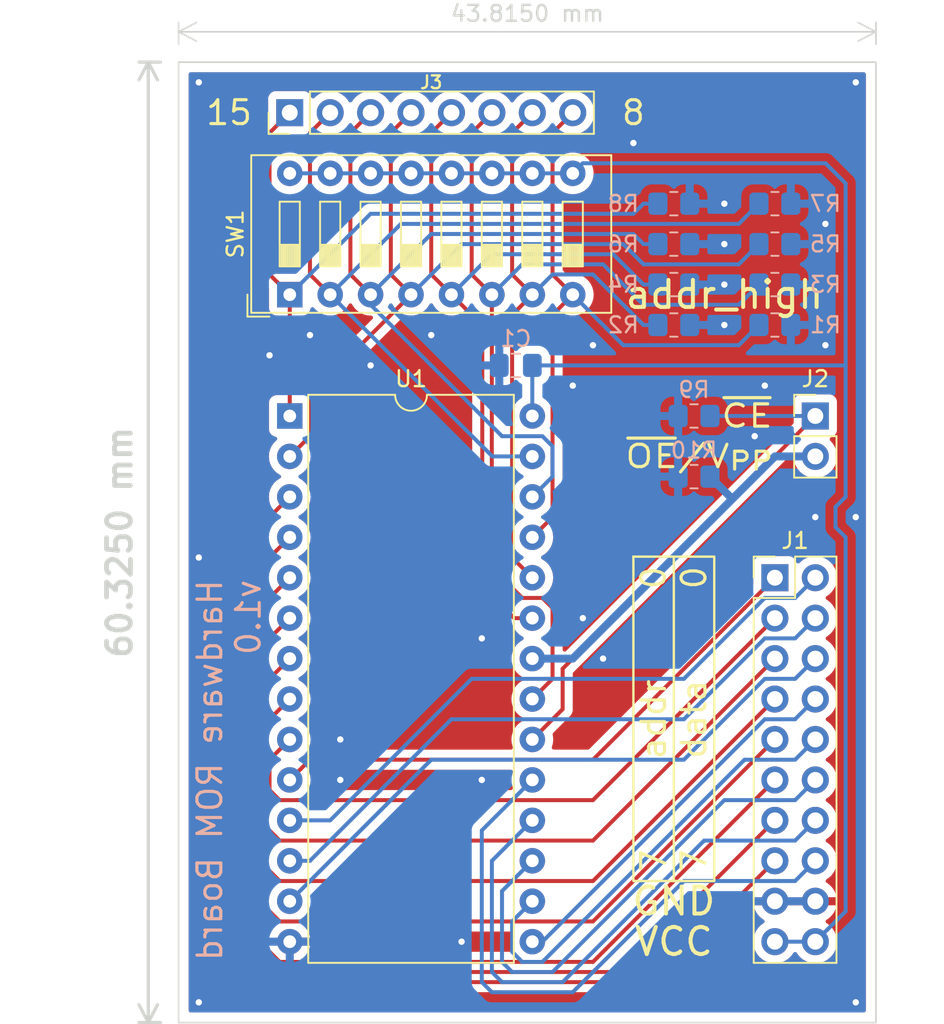
<source format=kicad_pcb>
(kicad_pcb (version 20211014) (generator pcbnew)
  (layers (0 "F.Cu" signal) (31 "B.Cu" signal) (34 "B.Paste" user) (35 "F.Paste" user) (36 "B.SilkS" user "B.Silkscreen") (37 "F.SilkS" user "F.Silkscreen") (38 "B.Mask" user) (39 "F.Mask" user) (44 "Edge.Cuts" user))
  (net 0 "")
  (net 1 "VCC")
  (net 2 "GND")
  (net 3 "/addr0")
  (net 4 "/addr1")
  (net 5 "/addr2")
  (net 6 "/addr3")
  (net 7 "/addr4")
  (net 8 "/addr5")
  (net 9 "/addr6")
  (net 10 "/addr7")
  (net 11 "/data0")
  (net 12 "/data1")
  (net 13 "/data2")
  (net 14 "/data3")
  (net 15 "/data4")
  (net 16 "/data5")
  (net 17 "/data6")
  (net 18 "/data7")
  (net 19 "Net-(J2-Pad1)")
  (net 20 "Net-(J2-Pad2)")
  (net 21 "Net-(J3-Pad1)")
  (net 22 "Net-(J3-Pad2)")
  (net 23 "Net-(J3-Pad3)")
  (net 24 "Net-(J3-Pad4)")
  (net 25 "Net-(J3-Pad5)")
  (net 26 "Net-(J3-Pad6)")
  (net 27 "Net-(J3-Pad7)")
  (net 28 "Net-(J3-Pad8)")
  (footprint "Button_Switch_THT:SW_DIP_SPSTx08_Slide_9.78x22.5mm_W7.62mm_P2.54mm" (layer "F.Cu") (at 166.37 67.31 90)
    (fp_text reference "SW1" (at 3.81 -3.42 90) (layer "F.SilkS"))
    (fp_text value "addr_high")
    (fp_line (start 1.78 2.145) (end 3.133333 2.145) (layer "F.SilkS") (width 0.12))
    (fp_line (start 1.78 17.745) (end 3.133333 17.745) (layer "F.SilkS") (width 0.12))
    (fp_line (start 1.78 0.085) (end 3.133333 0.085) (layer "F.SilkS") (width 0.12))
    (fp_line (start 5.84 1.905) (end 1.78 1.905) (layer "F.SilkS") (width 0.12))
    (fp_line (start 1.78 3.175) (end 5.84 3.175) (layer "F.SilkS") (width 0.12))
    (fp_line (start 1.78 15.805) (end 3.133333 15.805) (layer "F.SilkS") (width 0.12))
    (fp_line (start 5.84 18.415) (end 5.84 17.145) (layer "F.SilkS") (width 0.12))
    (fp_line (start 1.78 2.865) (end 3.133333 2.865) (layer "F.SilkS") (width 0.12))
    (fp_line (start 1.78 6.985) (end 1.78 8.255) (layer "F.SilkS") (width 0.12))
    (fp_line (start 1.78 0.205) (end 3.133333 0.205) (layer "F.SilkS") (width 0.12))
    (fp_line (start 1.78 13.335) (end 5.84 13.335) (layer "F.SilkS") (width 0.12))
    (fp_line (start 1.78 5.645) (end 3.133333 5.645) (layer "F.SilkS") (width 0.12))
    (fp_line (start 1.78 7.945) (end 3.133333 7.945) (layer "F.SilkS") (width 0.12))
    (fp_line (start 3.133333 6.985) (end 3.133333 8.255) (layer "F.SilkS") (width 0.12))
    (fp_line (start 5.84 4.445) (end 1.78 4.445) (layer "F.SilkS") (width 0.12))
    (fp_line (start 1.78 10.605) (end 3.133333 10.605) (layer "F.SilkS") (width 0.12))
    (fp_line (start 1.78 2.745) (end 3.133333 2.745) (layer "F.SilkS") (width 0.12))
    (fp_line (start 1.78 12.305) (end 3.133333 12.305) (layer "F.SilkS") (width 0.12))
    (fp_line (start 1.78 15.205) (end 3.133333 15.205) (layer "F.SilkS") (width 0.12))
    (fp_line (start 8.76 -2.42) (end 8.76 20.201) (layer "F.SilkS") (width 0.12))
    (fp_line (start 1.78 18.105) (end 3.133333 18.105) (layer "F.SilkS") (width 0.12))
    (fp_line (start 1.78 0.565) (end 3.133333 0.565) (layer "F.SilkS") (width 0.12))
    (fp_line (start 1.78 15.325) (end 3.133333 15.325) (layer "F.SilkS") (width 0.12))
    (fp_line (start 1.78 18.415) (end 5.84 18.415) (layer "F.SilkS") (width 0.12))
    (fp_line (start 1.78 3.105) (end 3.133333 3.105) (layer "F.SilkS") (width 0.12))
    (fp_line (start 1.78 10.365) (end 3.133333 10.365) (layer "F.SilkS") (width 0.12))
    (fp_line (start 1.78 7.465) (end 3.133333 7.465) (layer "F.SilkS") (width 0.12))
    (fp_line (start 1.78 0.635) (end 5.84 0.635) (layer "F.SilkS") (width 0.12))
    (fp_line (start 1.78 14.605) (end 1.78 15.875) (layer "F.SilkS") (width 0.12))
    (fp_line (start 1.78 17.265) (end 3.133333 17.265) (layer "F.SilkS") (width 0.12))
    (fp_line (start 1.78 12.425) (end 3.133333 12.425) (layer "F.SilkS") (width 0.12))
    (fp_line (start -1.14 20.201) (end 8.76 20.201) (layer "F.SilkS") (width 0.12))
    (fp_line (start 3.133333 4.445) (end 3.133333 5.715) (layer "F.SilkS") (width 0.12))
    (fp_line (start 1.78 12.785) (end 3.133333 12.785) (layer "F.SilkS") (width 0.12))
    (fp_line (start 1.78 -0.275) (end 3.133333 -0.275) (layer "F.SilkS") (width 0.12))
    (fp_line (start 1.78 17.145) (end 1.78 18.415) (layer "F.SilkS") (width 0.12))
    (fp_line (start 5.84 3.175) (end 5.84 1.905) (layer "F.SilkS") (width 0.12))
    (fp_line (start 1.78 2.505) (end 3.133333 2.505) (layer "F.SilkS") (width 0.12))
    (fp_line (start 1.78 0.325) (end 3.133333 0.325) (layer "F.SilkS") (width 0.12))
    (fp_line (start 1.78 -0.635) (end 1.78 0.635) (layer "F.SilkS") (width 0.12))
    (fp_line (start -1.14 -2.42) (end -1.14 20.201) (layer "F.SilkS") (width 0.12))
    (fp_line (start 5.84 6.985) (end 1.78 6.985) (layer "F.SilkS") (width 0.12))
    (fp_line (start 1.78 10.005) (end 3.133333 10.005) (layer "F.SilkS") (width 0.12))
    (fp_line (start 1.78 18.225) (end 3.133333 18.225) (layer "F.SilkS") (width 0.12))
    (fp_line (start 1.78 17.985) (end 3.133333 17.985) (layer "F.SilkS") (width 0.12))
    (fp_line (start 1.78 2.625) (end 3.133333 2.625) (layer "F.SilkS") (width 0.12))
    (fp_line (start 1.78 -0.395) (end 3.133333 -0.395) (layer "F.SilkS") (width 0.12))
    (fp_line (start 1.78 18.345) (end 3.133333 18.345) (layer "F.SilkS") (width 0.12))
    (fp_line (start 1.78 15.445) (end 3.133333 15.445) (layer "F.SilkS") (width 0.12))
    (fp_line (start 1.78 17.385) (end 3.133333 17.385) (layer "F.SilkS") (width 0.12))
    (fp_line (start 1.78 4.925) (end 3.133333 4.925) (layer "F.SilkS") (width 0.12))
    (fp_line (start 1.78 4.805) (end 3.133333 4.805) (layer "F.SilkS") (width 0.12))
    (fp_line (start 5.84 8.255) (end 5.84 6.985) (layer "F.SilkS") (width 0.12))
    (fp_line (start 1.78 7.705) (end 3.133333 7.705) (layer "F.SilkS") (width 0.12))
    (fp_line (start 1.78 8.255) (end 5.84 8.255) (layer "F.SilkS") (width 0.12))
    (fp_line (start 1.78 7.225) (end 3.133333 7.225) (layer "F.SilkS") (width 0.12))
    (fp_line (start 1.78 2.025) (end 3.133333 2.025) (layer "F.SilkS") (width 0.12))
    (fp_line (start 1.78 10.125) (end 3.133333 10.125) (layer "F.SilkS") (width 0.12))
    (fp_line (start -1.14 -2.42) (end 8.76 -2.42) (layer "F.SilkS") (width 0.12))
    (fp_line (start 1.78 -0.515) (end 3.133333 -0.515) (layer "F.SilkS") (width 0.12))
    (fp_line (start 1.78 0.445) (end 3.133333 0.445) (layer "F.SilkS") (width 0.12))
    (fp_line (start 3.133333 12.065) (end 3.133333 13.335) (layer "F.SilkS") (width 0.12))
    (fp_line (start 1.78 1.905) (end 1.78 3.175) (layer "F.SilkS") (width 0.12))
    (fp_line (start 1.78 10.245) (end 3.133333 10.245) (layer "F.SilkS") (width 0.12))
    (fp_line (start 1.78 12.185) (end 3.133333 12.185) (layer "F.SilkS") (width 0.12))
    (fp_line (start 5.84 -0.635) (end 1.78 -0.635) (layer "F.SilkS") (width 0.12))
    (fp_line (start 1.78 15.685) (end 3.133333 15.685) (layer "F.SilkS") (width 0.12))
    (fp_line (start 1.78 8.065) (end 3.133333 8.065) (layer "F.SilkS") (width 0.12))
    (fp_line (start 1.78 9.645) (end 3.133333 9.645) (layer "F.SilkS") (width 0.12))
    (fp_line (start 5.84 5.715) (end 5.84 4.445) (layer "F.SilkS") (width 0.12))
    (fp_line (start 1.78 14.965) (end 3.133333 14.965) (layer "F.SilkS") (width 0.12))
    (fp_line (start 5.84 15.875) (end 5.84 14.605) (layer "F.SilkS") (width 0.12))
    (fp_line (start 1.78 15.875) (end 5.84 15.875) (layer "F.SilkS") (width 0.12))
    (fp_line (start 1.78 13.025) (end 3.133333 13.025) (layer "F.SilkS") (width 0.12))
    (fp_line (start 1.78 5.045) (end 3.133333 5.045) (layer "F.SilkS") (width 0.12))
    (fp_line (start 5.84 10.795) (end 5.84 9.525) (layer "F.SilkS") (width 0.12))
    (fp_line (start 1.78 12.665) (end 3.133333 12.665) (layer "F.SilkS") (width 0.12))
    (fp_line (start 1.78 2.985) (end 3.133333 2.985) (layer "F.SilkS") (width 0.12))
    (fp_line (start 1.78 7.585) (end 3.133333 7.585) (layer "F.SilkS") (width 0.12))
    (fp_line (start 1.78 9.765) (end 3.133333 9.765) (layer "F.SilkS") (width 0.12))
    (fp_line (start 3.133333 9.525) (end 3.133333 10.795) (layer "F.SilkS") (width 0.12))
    (fp_line (start 1.78 9.885) (end 3.133333 9.885) (layer "F.SilkS") (width 0.12))
    (fp_line (start 1.78 9.525) (end 1.78 10.795) (layer "F.SilkS") (width 0.12))
    (fp_line (start 1.78 2.385) (end 3.133333 2.385) (layer "F.SilkS") (width 0.12))
    (fp_line (start 1.78 4.565) (end 3.133333 4.565) (layer "F.SilkS") (width 0.12))
    (fp_line (start 1.78 5.165) (end 3.133333 5.165) (layer "F.SilkS") (width 0.12))
    (fp_line (start 1.78 10.725) (end 3.133333 10.725) (layer "F.SilkS") (width 0.12))
    (fp_line (start 1.78 8.185) (end 3.133333 8.185) (layer "F.SilkS") (width 0.12))
    (fp_line (start 1.78 5.715) (end 5.84 5.715) (layer "F.SilkS") (width 0.12))
    (fp_line (start 1.78 14.845) (end 3.133333 14.845) (layer "F.SilkS") (width 0.12))
    (fp_line (start 1.78 15.085) (end 3.133333 15.085) (layer "F.SilkS") (width 0.12))
    (fp_line (start 5.84 13.335) (end 5.84 12.065) (layer "F.SilkS") (width 0.12))
    (fp_line (start 1.78 17.625) (end 3.133333 17.625) (layer "F.SilkS") (width 0.12))
    (fp_line (start 1.78 10.485) (end 3.133333 10.485) (layer "F.SilkS") (width 0.12))
    (fp_line (start 5.84 17.145) (end 1.78 17.145) (layer "F.SilkS") (width 0.12))
    (fp_line (start 3.133333 17.145) (end 3.133333 18.415) (layer "F.SilkS") (width 0.12))
    (fp_line (start 1.78 4.445) (end 1.78 5.715) (layer "F.SilkS") (width 0.12))
    (fp_line (start 1.78 2.265) (end 3.133333 2.265) (layer "F.SilkS") (width 0.12))
    (fp_line (start 1.78 17.505) (end 3.133333 17.505) (layer "F.SilkS") (width 0.12))
    (fp_line (start 1.78 -0.155) (end 3.133333 -0.155) (layer "F.SilkS") (width 0.12))
    (fp_line (start 1.78 4.685) (end 3.133333 4.685) (layer "F.SilkS") (width 0.12))
    (fp_line (start 3.133333 -0.635) (end 3.133333 0.635) (layer "F.SilkS") (width 0.12))
    (fp_line (start 1.78 7.825) (end 3.133333 7.825) (layer "F.SilkS") (width 0.12))
    (fp_line (start 3.133333 14.605) (end 3.133333 15.875) (layer "F.SilkS") (width 0.12))
    (fp_line (start 5.84 0.635) (end 5.84 -0.635) (layer "F.SilkS") (width 0.12))
    (fp_line (start 1.78 17.865) (end 3.133333 17.865) (layer "F.SilkS") (width 0.12))
    (fp_line (start -1.38 -2.66) (end 0.004 -2.66) (layer "F.SilkS") (width 0.12))
    (fp_line (start 5.84 12.065) (end 1.78 12.065) (layer "F.SilkS") (width 0.12))
    (fp_line (start 1.78 13.145) (end 3.133333 13.145) (layer "F.SilkS") (width 0.12))
    (fp_line (start 1.78 12.905) (end 3.133333 12.905) (layer "F.SilkS") (width 0.12))
    (fp_line (start 1.78 7.345) (end 3.133333 7.345) (layer "F.SilkS") (width 0.12))
    (fp_line (start 1.78 7.105) (end 3.133333 7.105) (layer "F.SilkS") (width 0.12))
    (fp_line (start 1.78 5.285) (end 3.133333 5.285) (layer "F.SilkS") (width 0.12))
    (fp_line (start -1.38 -2.66) (end -1.38 -1.277) (layer "F.SilkS") (width 0.12))
    (fp_line (start 1.78 15.565) (end 3.133333 15.565) (layer "F.SilkS") (width 0.12))
    (fp_line (start 1.78 -0.035) (end 3.133333 -0.035) (layer "F.SilkS") (width 0.12))
    (fp_line (start 1.78 10.795) (end 5.84 10.795) (layer "F.SilkS") (width 0.12))
    (fp_line (start 5.84 9.525) (end 1.78 9.525) (layer "F.SilkS") (width 0.12))
    (fp_line (start 3.133333 1.905) (end 3.133333 3.175) (layer "F.SilkS") (width 0.12))
    (fp_line (start 1.78 12.545) (end 3.133333 12.545) (layer "F.SilkS") (width 0.12))
    (fp_line (start 1.78 13.265) (end 3.133333 13.265) (layer "F.SilkS") (width 0.12))
    (fp_line (start 1.78 12.065) (end 1.78 13.335) (layer "F.SilkS") (width 0.12))
    (fp_line (start 1.78 5.525) (end 3.133333 5.525) (layer "F.SilkS") (width 0.12))
    (fp_line (start 1.78 14.725) (end 3.133333 14.725) (layer "F.SilkS") (width 0.12))
    (fp_line (start 5.84 14.605) (end 1.78 14.605) (layer "F.SilkS") (width 0.12))
    (fp_line (start 1.78 5.405) (end 3.133333 5.405) (layer "F.SilkS") (width 0.12))
    (pad "1" thru_hole rect (at 0 0 90) (size 1.6 1.6) (drill 0.8) (layers *.Cu *.Mask) (net 21 "Net-(J3-Pad1)"))
    (pad "2" thru_hole oval (at 0 2.54 90) (size 1.6 1.6) (drill 0.8) (layers *.Cu *.Mask) (net 22 "Net-(J3-Pad2)"))
    (pad "3" thru_hole oval (at 0 5.08 90) (size 1.6 1.6) (drill 0.8) (layers *.Cu *.Mask) (net 23 "Net-(J3-Pad3)"))
    (pad "4" thru_hole oval (at 0 7.62 90) (size 1.6 1.6) (drill 0.8) (layers *.Cu *.Mask) (net 24 "Net-(J3-Pad4)"))
    (pad "5" thru_hole oval (at 0 10.16 90) (size 1.6 1.6) (drill 0.8) (layers *.Cu *.Mask) (net 25 "Net-(J3-Pad5)"))
    (pad "6" thru_hole oval (at 0 12.7 90) (size 1.6 1.6) (drill 0.8) (layers *.Cu *.Mask) (net 26 "Net-(J3-Pad6)"))
    (pad "7" thru_hole oval (at 0 15.24 90) (size 1.6 1.6) (drill 0.8) (layers *.Cu *.Mask) (net 27 "Net-(J3-Pad7)"))
    (pad "8" thru_hole oval (at 0 17.78 90) (size 1.6 1.6) (drill 0.8) (layers *.Cu *.Mask) (net 28 "Net-(J3-Pad8)"))
    (pad "9" thru_hole oval (at 7.62 17.78 90) (size 1.6 1.6) (drill 0.8) (layers *.Cu *.Mask) (net 1 "VCC"))
    (pad "10" thru_hole oval (at 7.62 15.24 90) (size 1.6 1.6) (drill 0.8) (layers *.Cu *.Mask) (net 1 "VCC"))
    (pad "11" thru_hole oval (at 7.62 12.7 90) (size 1.6 1.6) (drill 0.8) (layers *.Cu *.Mask) (net 1 "VCC"))
    (pad "12" thru_hole oval (at 7.62 10.16 90) (size 1.6 1.6) (drill 0.8) (layers *.Cu *.Mask) (net 1 "VCC"))
    (pad "13" thru_hole oval (at 7.62 7.62 90) (size 1.6 1.6) (drill 0.8) (layers *.Cu *.Mask) (net 1 "VCC"))
    (pad "14" thru_hole oval (at 7.62 5.08 90) (size 1.6 1.6) (drill 0.8) (layers *.Cu *.Mask) (net 1 "VCC"))
    (pad "15" thru_hole oval (at 7.62 2.54 90) (size 1.6 1.6) (drill 0.8) (layers *.Cu *.Mask) (net 1 "VCC"))
    (pad "16" thru_hole oval (at 7.62 0 90) (size 1.6 1.6) (drill 0.8) (layers *.Cu *.Mask) (net 1 "VCC"))
  )
  (footprint "Connector_PinHeader_2.54mm:PinHeader_1x08_P2.54mm_Vertical" (layer "F.Cu") (at 166.37 55.88 90)
    (fp_text reference "J3" (at 1.905 8.89 180) (layer "F.SilkS") (effects (font (size 0.8 0.8))))
    (fp_text value "Conn_01x08")
    (fp_line (start -1.33 19.11) (end 1.33 19.11) (layer "F.SilkS") (width 0.12))
    (fp_line (start -1.33 1.27) (end -1.33 19.11) (layer "F.SilkS") (width 0.12))
    (fp_line (start -1.33 0) (end -1.33 -1.33) (layer "F.SilkS") (width 0.12))
    (fp_line (start -1.33 1.27) (end 1.33 1.27) (layer "F.SilkS") (width 0.12))
    (fp_line (start -1.33 -1.33) (end 0 -1.33) (layer "F.SilkS") (width 0.12))
    (fp_line (start 1.33 1.27) (end 1.33 19.11) (layer "F.SilkS") (width 0.12))
    (pad "1" thru_hole rect (at 0 0 90) (size 1.7 1.7) (drill 1) (layers *.Cu *.Mask) (net 21 "Net-(J3-Pad1)"))
    (pad "2" thru_hole oval (at 0 2.54 90) (size 1.7 1.7) (drill 1) (layers *.Cu *.Mask) (net 22 "Net-(J3-Pad2)"))
    (pad "3" thru_hole oval (at 0 5.08 90) (size 1.7 1.7) (drill 1) (layers *.Cu *.Mask) (net 23 "Net-(J3-Pad3)"))
    (pad "4" thru_hole oval (at 0 7.62 90) (size 1.7 1.7) (drill 1) (layers *.Cu *.Mask) (net 24 "Net-(J3-Pad4)"))
    (pad "5" thru_hole oval (at 0 10.16 90) (size 1.7 1.7) (drill 1) (layers *.Cu *.Mask) (net 25 "Net-(J3-Pad5)"))
    (pad "6" thru_hole oval (at 0 12.7 90) (size 1.7 1.7) (drill 1) (layers *.Cu *.Mask) (net 26 "Net-(J3-Pad6)"))
    (pad "7" thru_hole oval (at 0 15.24 90) (size 1.7 1.7) (drill 1) (layers *.Cu *.Mask) (net 27 "Net-(J3-Pad7)"))
    (pad "8" thru_hole oval (at 0 17.78 90) (size 1.7 1.7) (drill 1) (layers *.Cu *.Mask) (net 28 "Net-(J3-Pad8)"))
  )
  (footprint "PrjLibrary_MainBoard:PinHeader_2x10_P2.54mm_Vertical_Top_Bottom" (layer "F.Cu") (at 196.85 85.09)
    (fp_text reference "J1" (at 1.27 -2.33) (layer "F.SilkS"))
    (fp_text value "Conn_02x10_Top_Bottom")
    (fp_line (start -1.33 -1.33) (end 0 -1.33) (layer "F.SilkS") (width 0.12))
    (fp_line (start 1.27 1.27) (end 1.27 -1.33) (layer "F.SilkS") (width 0.12))
    (fp_line (start -1.33 24.19) (end 3.87 24.19) (layer "F.SilkS") (width 0.12))
    (fp_line (start -1.33 1.27) (end -1.33 24.19) (layer "F.SilkS") (width 0.12))
    (fp_line (start 3.87 -1.33) (end 3.87 24.19) (layer "F.SilkS") (width 0.12))
    (fp_line (start -1.33 0) (end -1.33 -1.33) (layer "F.SilkS") (width 0.12))
    (fp_line (start -1.33 1.27) (end 1.27 1.27) (layer "F.SilkS") (width 0.12))
    (fp_line (start 1.27 -1.33) (end 3.87 -1.33) (layer "F.SilkS") (width 0.12))
    (pad "1" thru_hole rect (at 0 0) (size 1.7 1.7) (drill 1) (layers *.Cu *.Mask) (net 3 "/addr0"))
    (pad "2" thru_hole oval (at 0 2.54) (size 1.7 1.7) (drill 1) (layers *.Cu *.Mask) (net 4 "/addr1"))
    (pad "3" thru_hole oval (at 0 5.08) (size 1.7 1.7) (drill 1) (layers *.Cu *.Mask) (net 5 "/addr2"))
    (pad "4" thru_hole oval (at 0 7.62) (size 1.7 1.7) (drill 1) (layers *.Cu *.Mask) (net 6 "/addr3"))
    (pad "5" thru_hole oval (at 0 10.16) (size 1.7 1.7) (drill 1) (layers *.Cu *.Mask) (net 7 "/addr4"))
    (pad "6" thru_hole oval (at 0 12.7) (size 1.7 1.7) (drill 1) (layers *.Cu *.Mask) (net 8 "/addr5"))
    (pad "7" thru_hole oval (at 0 15.24) (size 1.7 1.7) (drill 1) (layers *.Cu *.Mask) (net 9 "/addr6"))
    (pad "8" thru_hole oval (at 0 17.78) (size 1.7 1.7) (drill 1) (layers *.Cu *.Mask) (net 10 "/addr7"))
    (pad "9" thru_hole oval (at 0 20.32) (size 1.7 1.7) (drill 1) (layers *.Cu *.Mask) (net 2 "GND"))
    (pad "10" thru_hole oval (at 0 22.86) (size 1.7 1.7) (drill 1) (layers *.Cu *.Mask) (net 1 "VCC"))
    (pad "11" thru_hole oval (at 2.54 0) (size 1.7 1.7) (drill 1) (layers *.Cu *.Mask) (net 11 "/data0"))
    (pad "12" thru_hole oval (at 2.54 2.54) (size 1.7 1.7) (drill 1) (layers *.Cu *.Mask) (net 12 "/data1"))
    (pad "13" thru_hole oval (at 2.54 5.08) (size 1.7 1.7) (drill 1) (layers *.Cu *.Mask) (net 13 "/data2"))
    (pad "14" thru_hole oval (at 2.54 7.62) (size 1.7 1.7) (drill 1) (layers *.Cu *.Mask) (net 14 "/data3"))
    (pad "15" thru_hole oval (at 2.54 10.16) (size 1.7 1.7) (drill 1) (layers *.Cu *.Mask) (net 15 "/data4"))
    (pad "16" thru_hole oval (at 2.54 12.7) (size 1.7 1.7) (drill 1) (layers *.Cu *.Mask) (net 16 "/data5"))
    (pad "17" thru_hole oval (at 2.54 15.24) (size 1.7 1.7) (drill 1) (layers *.Cu *.Mask) (net 17 "/data6"))
    (pad "18" thru_hole oval (at 2.54 17.78) (size 1.7 1.7) (drill 1) (layers *.Cu *.Mask) (net 18 "/data7"))
    (pad "19" thru_hole oval (at 2.54 20.32) (size 1.7 1.7) (drill 1) (layers *.Cu *.Mask) (net 2 "GND"))
    (pad "20" thru_hole oval (at 2.54 22.86) (size 1.7 1.7) (drill 1) (layers *.Cu *.Mask) (net 1 "VCC"))
  )
  (footprint "Package_DIP:DIP-28_W15.24mm" (layer "F.Cu") (at 166.37 74.93)
    (fp_text reference "U1" (at 7.62 -2.33) (layer "F.SilkS"))
    (fp_text value "27C512")
    (fp_line (start 14.08 34.35) (end 14.08 -1.33) (layer "F.SilkS") (width 0.12))
    (fp_line (start 6.62 -1.33) (end 1.16 -1.33) (layer "F.SilkS") (width 0.12))
    (fp_line (start 14.08 -1.33) (end 8.62 -1.33) (layer "F.SilkS") (width 0.12))
    (fp_line (start 1.16 34.35) (end 14.08 34.35) (layer "F.SilkS") (width 0.12))
    (fp_line (start 1.16 -1.33) (end 1.16 34.35) (layer "F.SilkS") (width 0.12))
    (fp_arc (start 8.62 -1.33) (mid 7.62 -0.33) (end 6.62 -1.33) (layer "F.SilkS") (width 0.12))
    (pad "1" thru_hole rect (at 0 0) (size 1.6 1.6) (drill 0.8) (layers *.Cu *.Mask) (net 21 "Net-(J3-Pad1)"))
    (pad "2" thru_hole oval (at 0 2.54) (size 1.6 1.6) (drill 0.8) (layers *.Cu *.Mask) (net 24 "Net-(J3-Pad4)"))
    (pad "3" thru_hole oval (at 0 5.08) (size 1.6 1.6) (drill 0.8) (layers *.Cu *.Mask) (net 10 "/addr7"))
    (pad "4" thru_hole oval (at 0 7.62) (size 1.6 1.6) (drill 0.8) (layers *.Cu *.Mask) (net 9 "/addr6"))
    (pad "5" thru_hole oval (at 0 10.16) (size 1.6 1.6) (drill 0.8) (layers *.Cu *.Mask) (net 8 "/addr5"))
    (pad "6" thru_hole oval (at 0 12.7) (size 1.6 1.6) (drill 0.8) (layers *.Cu *.Mask) (net 7 "/addr4"))
    (pad "7" thru_hole oval (at 0 15.24) (size 1.6 1.6) (drill 0.8) (layers *.Cu *.Mask) (net 6 "/addr3"))
    (pad "8" thru_hole oval (at 0 17.78) (size 1.6 1.6) (drill 0.8) (layers *.Cu *.Mask) (net 5 "/addr2"))
    (pad "9" thru_hole oval (at 0 20.32) (size 1.6 1.6) (drill 0.8) (layers *.Cu *.Mask) (net 4 "/addr1"))
    (pad "10" thru_hole oval (at 0 22.86) (size 1.6 1.6) (drill 0.8) (layers *.Cu *.Mask) (net 3 "/addr0"))
    (pad "11" thru_hole oval (at 0 25.4) (size 1.6 1.6) (drill 0.8) (layers *.Cu *.Mask) (net 11 "/data0"))
    (pad "12" thru_hole oval (at 0 27.94) (size 1.6 1.6) (drill 0.8) (layers *.Cu *.Mask) (net 12 "/data1"))
    (pad "13" thru_hole oval (at 0 30.48) (size 1.6 1.6) (drill 0.8) (layers *.Cu *.Mask) (net 13 "/data2"))
    (pad "14" thru_hole oval (at 0 33.02) (size 1.6 1.6) (drill 0.8) (layers *.Cu *.Mask) (net 2 "GND"))
    (pad "15" thru_hole oval (at 15.24 33.02) (size 1.6 1.6) (drill 0.8) (layers *.Cu *.Mask) (net 14 "/data3"))
    (pad "16" thru_hole oval (at 15.24 30.48) (size 1.6 1.6) (drill 0.8) (layers *.Cu *.Mask) (net 15 "/data4"))
    (pad "17" thru_hole oval (at 15.24 27.94) (size 1.6 1.6) (drill 0.8) (layers *.Cu *.Mask) (net 16 "/data5"))
    (pad "18" thru_hole oval (at 15.24 25.4) (size 1.6 1.6) (drill 0.8) (layers *.Cu *.Mask) (net 17 "/data6"))
    (pad "19" thru_hole oval (at 15.24 22.86) (size 1.6 1.6) (drill 0.8) (layers *.Cu *.Mask) (net 18 "/data7"))
    (pad "20" thru_hole oval (at 15.24 20.32) (size 1.6 1.6) (drill 0.8) (layers *.Cu *.Mask) (net 19 "Net-(J2-Pad1)"))
    (pad "21" thru_hole oval (at 15.24 17.78) (size 1.6 1.6) (drill 0.8) (layers *.Cu *.Mask) (net 26 "Net-(J3-Pad6)"))
    (pad "22" thru_hole oval (at 15.24 15.24) (size 1.6 1.6) (drill 0.8) (layers *.Cu *.Mask) (net 20 "Net-(J2-Pad2)"))
    (pad "23" thru_hole oval (at 15.24 12.7) (size 1.6 1.6) (drill 0.8) (layers *.Cu *.Mask) (net 25 "Net-(J3-Pad5)"))
    (pad "24" thru_hole oval (at 15.24 10.16) (size 1.6 1.6) (drill 0.8) (layers *.Cu *.Mask) (net 27 "Net-(J3-Pad7)"))
    (pad "25" thru_hole oval (at 15.24 7.62) (size 1.6 1.6) (drill 0.8) (layers *.Cu *.Mask) (net 28 "Net-(J3-Pad8)"))
    (pad "26" thru_hole oval (at 15.24 5.08) (size 1.6 1.6) (drill 0.8) (layers *.Cu *.Mask) (net 23 "Net-(J3-Pad3)"))
    (pad "27" thru_hole oval (at 15.24 2.54) (size 1.6 1.6) (drill 0.8) (layers *.Cu *.Mask) (net 22 "Net-(J3-Pad2)"))
    (pad "28" thru_hole oval (at 15.24 0) (size 1.6 1.6) (drill 0.8) (layers *.Cu *.Mask) (net 1 "VCC"))
  )
  (footprint "Connector_PinHeader_2.54mm:PinHeader_1x02_P2.54mm_Vertical" (layer "F.Cu") (at 199.39 74.93)
    (fp_text reference "J2" (at 0 -2.33) (layer "F.SilkS"))
    (fp_text value "Conn_01x02")
    (fp_line (start -1.33 0) (end -1.33 -1.33) (layer "F.SilkS") (width 0.12))
    (fp_line (start -1.33 1.27) (end 1.33 1.27) (layer "F.SilkS") (width 0.12))
    (fp_line (start -1.33 3.87) (end 1.33 3.87) (layer "F.SilkS") (width 0.12))
    (fp_line (start -1.33 1.27) (end -1.33 3.87) (layer "F.SilkS") (width 0.12))
    (fp_line (start -1.33 -1.33) (end 0 -1.33) (layer "F.SilkS") (width 0.12))
    (fp_line (start 1.33 1.27) (end 1.33 3.87) (layer "F.SilkS") (width 0.12))
    (pad "1" thru_hole rect (at 0 0) (size 1.7 1.7) (drill 1) (layers *.Cu *.Mask) (net 19 "Net-(J2-Pad1)"))
    (pad "2" thru_hole oval (at 0 2.54) (size 1.7 1.7) (drill 1) (layers *.Cu *.Mask) (net 20 "Net-(J2-Pad2)"))
  )
  (footprint "Resistor_SMD:R_0805_2012Metric_Pad1.20x1.40mm_HandSolder" (layer "B.Cu") (at 196.85 64.135)
    (fp_text reference "R5" (at 3.175 0) (layer "B.SilkS") (effects (justify mirror)))
    (fp_text value "10k")
    (fp_line (start -0.227064 0.735) (end 0.227064 0.735) (layer "B.SilkS") (width 0.12))
    (fp_line (start -0.227064 -0.735) (end 0.227064 -0.735) (layer "B.SilkS") (width 0.12))
    (pad "1" smd roundrect (at -1 0) (size 1.2 1.4) (layers "B.Cu" "B.Paste" "B.Mask") (roundrect_rratio 0.208333) (net 24 "Net-(J3-Pad4)"))
    (pad "2" smd roundrect (at 1 0) (size 1.2 1.4) (layers "B.Cu" "B.Paste" "B.Mask") (roundrect_rratio 0.208333) (net 2 "GND"))
  )
  (footprint "Capacitor_SMD:C_0805_2012Metric_Pad1.18x1.45mm_HandSolder" (layer "B.Cu") (at 180.5725 71.755 180)
    (fp_text reference "C1" (at 0 1.68) (layer "B.SilkS") (effects (justify mirror)))
    (fp_text value "0.1u")
    (fp_line (start -0.261252 0.735) (end 0.261252 0.735) (layer "B.SilkS") (width 0.12))
    (fp_line (start -0.261252 -0.735) (end 0.261252 -0.735) (layer "B.SilkS") (width 0.12))
    (pad "1" smd roundrect (at -1.0375 0 180) (size 1.175 1.45) (layers "B.Cu" "B.Paste" "B.Mask") (roundrect_rratio 0.212766) (net 1 "VCC"))
    (pad "2" smd roundrect (at 1.0375 0 180) (size 1.175 1.45) (layers "B.Cu" "B.Paste" "B.Mask") (roundrect_rratio 0.212766) (net 2 "GND"))
  )
  (footprint "Resistor_SMD:R_0805_2012Metric_Pad1.20x1.40mm_HandSolder" (layer "B.Cu") (at 196.85 69.215)
    (fp_text reference "R1" (at 3.175 0) (layer "B.SilkS") (effects (justify mirror)))
    (fp_text value "10k")
    (fp_line (start -0.227064 0.735) (end 0.227064 0.735) (layer "B.SilkS") (width 0.12))
    (fp_line (start -0.227064 -0.735) (end 0.227064 -0.735) (layer "B.SilkS") (width 0.12))
    (pad "1" smd roundrect (at -1 0) (size 1.2 1.4) (layers "B.Cu" "B.Paste" "B.Mask") (roundrect_rratio 0.208333) (net 28 "Net-(J3-Pad8)"))
    (pad "2" smd roundrect (at 1 0) (size 1.2 1.4) (layers "B.Cu" "B.Paste" "B.Mask") (roundrect_rratio 0.208333) (net 2 "GND"))
  )
  (footprint "Resistor_SMD:R_0805_2012Metric_Pad1.20x1.40mm_HandSolder" (layer "B.Cu") (at 190.5 66.675)
    (fp_text reference "R4" (at -3.175 0) (layer "B.SilkS") (effects (justify mirror)))
    (fp_text value "10k")
    (fp_line (start -0.227064 -0.735) (end 0.227064 -0.735) (layer "B.SilkS") (width 0.12))
    (fp_line (start -0.227064 0.735) (end 0.227064 0.735) (layer "B.SilkS") (width 0.12))
    (pad "1" smd roundrect (at -1 0) (size 1.2 1.4) (layers "B.Cu" "B.Paste" "B.Mask") (roundrect_rratio 0.208333) (net 25 "Net-(J3-Pad5)"))
    (pad "2" smd roundrect (at 1 0) (size 1.2 1.4) (layers "B.Cu" "B.Paste" "B.Mask") (roundrect_rratio 0.208333) (net 2 "GND"))
  )
  (footprint "Resistor_SMD:R_0805_2012Metric_Pad1.20x1.40mm_HandSolder" (layer "B.Cu") (at 190.5 69.215)
    (fp_text reference "R2" (at -3.175 0) (layer "B.SilkS") (effects (justify mirror)))
    (fp_text value "10k")
    (fp_line (start -0.227064 -0.735) (end 0.227064 -0.735) (layer "B.SilkS") (width 0.12))
    (fp_line (start -0.227064 0.735) (end 0.227064 0.735) (layer "B.SilkS") (width 0.12))
    (pad "1" smd roundrect (at -1 0) (size 1.2 1.4) (layers "B.Cu" "B.Paste" "B.Mask") (roundrect_rratio 0.208333) (net 27 "Net-(J3-Pad7)"))
    (pad "2" smd roundrect (at 1 0) (size 1.2 1.4) (layers "B.Cu" "B.Paste" "B.Mask") (roundrect_rratio 0.208333) (net 2 "GND"))
  )
  (footprint "Resistor_SMD:R_0805_2012Metric_Pad1.20x1.40mm_HandSolder" (layer "B.Cu") (at 191.77 74.93 180)
    (fp_text reference "R9" (at 0 1.65) (layer "B.SilkS") (effects (justify mirror)))
    (fp_text value "10k")
    (fp_line (start -0.227064 -0.735) (end 0.227064 -0.735) (layer "B.SilkS") (width 0.12))
    (fp_line (start -0.227064 0.735) (end 0.227064 0.735) (layer "B.SilkS") (width 0.12))
    (pad "1" smd roundrect (at -1 0 180) (size 1.2 1.4) (layers "B.Cu" "B.Paste" "B.Mask") (roundrect_rratio 0.208333) (net 19 "Net-(J2-Pad1)"))
    (pad "2" smd roundrect (at 1 0 180) (size 1.2 1.4) (layers "B.Cu" "B.Paste" "B.Mask") (roundrect_rratio 0.208333) (net 2 "GND"))
  )
  (footprint "Resistor_SMD:R_0805_2012Metric_Pad1.20x1.40mm_HandSolder" (layer "B.Cu") (at 196.85 66.675)
    (fp_text reference "R3" (at 3.175 0) (layer "B.SilkS") (effects (justify mirror)))
    (fp_text value "10k")
    (fp_line (start -0.227064 -0.735) (end 0.227064 -0.735) (layer "B.SilkS") (width 0.12))
    (fp_line (start -0.227064 0.735) (end 0.227064 0.735) (layer "B.SilkS") (width 0.12))
    (pad "1" smd roundrect (at -1 0) (size 1.2 1.4) (layers "B.Cu" "B.Paste" "B.Mask") (roundrect_rratio 0.208333) (net 26 "Net-(J3-Pad6)"))
    (pad "2" smd roundrect (at 1 0) (size 1.2 1.4) (layers "B.Cu" "B.Paste" "B.Mask") (roundrect_rratio 0.208333) (net 2 "GND"))
  )
  (footprint "Resistor_SMD:R_0805_2012Metric_Pad1.20x1.40mm_HandSolder" (layer "B.Cu") (at 196.85 61.595)
    (fp_text reference "R7" (at 3.175 0) (layer "B.SilkS") (effects (justify mirror)))
    (fp_text value "10k")
    (fp_line (start -0.227064 0.735) (end 0.227064 0.735) (layer "B.SilkS") (width 0.12))
    (fp_line (start -0.227064 -0.735) (end 0.227064 -0.735) (layer "B.SilkS") (width 0.12))
    (pad "1" smd roundrect (at -1 0) (size 1.2 1.4) (layers "B.Cu" "B.Paste" "B.Mask") (roundrect_rratio 0.208333) (net 22 "Net-(J3-Pad2)"))
    (pad "2" smd roundrect (at 1 0) (size 1.2 1.4) (layers "B.Cu" "B.Paste" "B.Mask") (roundrect_rratio 0.208333) (net 2 "GND"))
  )
  (footprint "Resistor_SMD:R_0805_2012Metric_Pad1.20x1.40mm_HandSolder" (layer "B.Cu") (at 190.5 64.135)
    (fp_text reference "R6" (at -3.175 0) (layer "B.SilkS") (effects (justify mirror)))
    (fp_text value "10k")
    (fp_line (start -0.227064 0.735) (end 0.227064 0.735) (layer "B.SilkS") (width 0.12))
    (fp_line (start -0.227064 -0.735) (end 0.227064 -0.735) (layer "B.SilkS") (width 0.12))
    (pad "1" smd roundrect (at -1 0) (size 1.2 1.4) (layers "B.Cu" "B.Paste" "B.Mask") (roundrect_rratio 0.208333) (net 23 "Net-(J3-Pad3)"))
    (pad "2" smd roundrect (at 1 0) (size 1.2 1.4) (layers "B.Cu" "B.Paste" "B.Mask") (roundrect_rratio 0.208333) (net 2 "GND"))
  )
  (footprint "Resistor_SMD:R_0805_2012Metric_Pad1.20x1.40mm_HandSolder" (layer "B.Cu") (at 190.5 61.595)
    (fp_text reference "R8" (at -3.175 0) (layer "B.SilkS") (effects (justify mirror)))
    (fp_text value "10k")
    (fp_line (start -0.227064 -0.735) (end 0.227064 -0.735) (layer "B.SilkS") (width 0.12))
    (fp_line (start -0.227064 0.735) (end 0.227064 0.735) (layer "B.SilkS") (width 0.12))
    (pad "1" smd roundrect (at -1 0) (size 1.2 1.4) (layers "B.Cu" "B.Paste" "B.Mask") (roundrect_rratio 0.208333) (net 21 "Net-(J3-Pad1)"))
    (pad "2" smd roundrect (at 1 0) (size 1.2 1.4) (layers "B.Cu" "B.Paste" "B.Mask") (roundrect_rratio 0.208333) (net 2 "GND"))
  )
  (footprint "Resistor_SMD:R_0805_2012Metric_Pad1.20x1.40mm_HandSolder" (layer "B.Cu") (at 191.77 78.74 180)
    (fp_text reference "R10" (at 0 1.65) (layer "B.SilkS") (effects (justify mirror)))
    (fp_text value "10k")
    (fp_line (start -0.227064 0.735) (end 0.227064 0.735) (layer "B.SilkS") (width 0.12))
    (fp_line (start -0.227064 -0.735) (end 0.227064 -0.735) (layer "B.SilkS") (width 0.12))
    (pad "1" smd roundrect (at -1 0 180) (size 1.2 1.4) (layers "B.Cu" "B.Paste" "B.Mask") (roundrect_rratio 0.208333) (net 20 "Net-(J2-Pad2)"))
    (pad "2" smd roundrect (at 1 0 180) (size 1.2 1.4) (layers "B.Cu" "B.Paste" "B.Mask") (roundrect_rratio 0.208333) (net 2 "GND"))
  )
  (gr_line (start 190.5 83.765) (end 190.5 104.14) (layer "F.SilkS") (width 0.15))
  (gr_rect (start 187.96 83.765) (end 193.04 104.14) (layer "F.SilkS") (width 0.15) (fill none))
  (gr_line (start 159.385 52.705) (end 159.385 113.03) (layer "Edge.Cuts") (width 0.1))
  (gr_line (start 203.2 113.03) (end 159.385 113.03) (layer "Edge.Cuts") (width 0.1))
  (gr_line (start 159.385 52.705) (end 203.2 52.705) (layer "Edge.Cuts") (width 0.1))
  (gr_line (start 203.2 52.705) (end 203.2 113.03) (layer "Edge.Cuts") (width 0.1))
  (gr_text "Hardware ROM Board\nv1.0" (at 162.56 85.09 90) (layer "B.SilkS") (effects (font (size 1.5 1.5) (thickness 0.2)) (justify left mirror)))
  (gr_text "0" (at 191.77 85.09 90) (layer "F.SilkS") (effects (font (size 1.5 1.5) (thickness 0.2))))
  (gr_text "VCC" (at 190.5 107.95) (layer "F.SilkS") (effects (font (size 1.7 1.7) (thickness 0.25))))
  (gr_text "GND" (at 190.5 105.41) (layer "F.SilkS") (effects (font (size 1.7 1.7) (thickness 0.25))))
  (gr_text "addr" (at 189.23 93.98 90) (layer "F.SilkS") (effects (font (size 1.5 1.5) (thickness 0.2))))
  (gr_text "data" (at 191.77 93.98 90) (layer "F.SilkS") (effects (font (size 1.5 1.5) (thickness 0.2))))
  (gr_text "7" (at 189.23 102.87 90) (layer "F.SilkS") (effects (font (size 1.5 1.5) (thickness 0.2))))
  (gr_text "7" (at 191.77 102.87 90) (layer "F.SilkS") (effects (font (size 1.5 1.5) (thickness 0.2))))
  (gr_text "0" (at 189.23 85.09 90) (layer "F.SilkS") (effects (font (size 1.5 1.5) (thickness 0.2))))
  (gr_text "~{OE}/V_{PP}" (at 196.85 77.47) (layer "F.SilkS") (effects (font (size 1.4 1.7) (thickness 0.2)) (justify right)))
  (gr_text "~{CE}" (at 196.85 74.93) (layer "F.SilkS") (effects (font (size 1.4 1.7) (thickness 0.2)) (justify right)))
  (gr_text "8" (at 187.96 55.88) (layer "F.SilkS") (effects (font (size 1.5 1.5) (thickness 0.2))))
  (gr_text "addr_high" (at 187.325 67.31) (layer "F.SilkS") (effects (font (size 1.7 1.7) (thickness 0.25)) (justify left)))
  (gr_text "15" (at 162.56 55.88) (layer "F.SilkS") (effects (font (size 1.5 1.5) (thickness 0.2))))
  (dimension (type aligned) (layer "Edge.Cuts") (pts (xy 158.75 52.705) (xy 158.75 113.03)) (height 1.27) (gr_text "60.3250 mm" (at 155.68 82.8675 90) (layer "Edge.Cuts") (effects (font (size 1.5 1.5) (thickness 0.3)))) (format (units 3) (units_format 1) (precision 4)) (style (thickness 0.2) (arrow_length 1.27) (text_position_mode 0) (extension_height 0.58642) (extension_offset 0.5) keep_text_aligned))
  (dimension (type aligned) (layer "Edge.Cuts") (pts (xy 159.385 52.07) (xy 203.2 52.07)) (height -1.27) (gr_text "43.8150 mm" (at 181.2925 49.65) (layer "Edge.Cuts") (effects (font (size 1 1) (thickness 0.15)))) (format (units 3) (units_format 1) (precision 4)) (style (thickness 0.1) (arrow_length 1.27) (text_position_mode 0) (extension_height 0.58642) (extension_offset 0.5) keep_text_aligned))
  (segment (start 201.295 82.55) (end 200.66 81.915) (width 0.25) (layer "B.Cu") (net 1))
  (segment (start 196.85 107.95) (end 199.39 107.95) (width 0.25) (layer "B.Cu") (net 1))
  (segment (start 199.39 107.95) (end 201.295 106.045) (width 0.25) (layer "B.Cu") (net 1))
  (segment (start 181.61 71.755) (end 201.295 71.755) (width 0.25) (layer "B.Cu") (net 1))
  (segment (start 200.66 81.915) (end 200.66 80.645) (width 0.25) (layer "B.Cu") (net 1))
  (segment (start 200.025 59.055) (end 184.785 59.055) (width 0.25) (layer "B.Cu") (net 1))
  (segment (start 200.66 80.645) (end 201.295 80.01) (width 0.25) (layer "B.Cu") (net 1))
  (segment (start 181.61 71.755) (end 181.61 74.93) (width 0.25) (layer "B.Cu") (net 1))
  (segment (start 200.66 59.69) (end 200.025 59.055) (width 0.25) (layer "B.Cu") (net 1))
  (segment (start 201.295 80.01) (end 201.295 60.325) (width 0.25) (layer "B.Cu") (net 1))
  (segment (start 201.295 60.325) (end 200.66 59.69) (width 0.25) (layer "B.Cu") (net 1))
  (segment (start 201.295 106.045) (end 201.295 82.55) (width 0.25) (layer "B.Cu") (net 1))
  (segment (start 184.785 59.055) (end 184.15 59.69) (width 0.25) (layer "B.Cu") (net 1))
  (segment (start 184.15 59.69) (end 166.37 59.69) (width 0.25) (layer "B.Cu") (net 1))
  (via (at 184.15 73.025) (size 0.8) (drill 0.4) (layers "F.Cu" "B.Cu") (net 2))
  (via (at 165.1 71.12) (size 0.8) (drill 0.4) (layers "F.Cu" "B.Cu") (net 2))
  (via (at 200.025 62.865) (size 0.8) (drill 0.4) (layers "F.Cu" "B.Cu") (net 2))
  (via (at 167.64 69.85) (size 0.8) (drill 0.4) (layers "F.Cu" "B.Cu") (net 2))
  (via (at 199.39 81.28) (size 0.8) (drill 0.4) (layers "F.Cu" "B.Cu") (net 2))
  (via (at 160.655 53.975) (size 0.8) (drill 0.4) (layers "F.Cu" "B.Cu") (net 2))
  (via (at 200.025 70.485) (size 0.8) (drill 0.4) (layers "F.Cu" "B.Cu") (net 2))
  (via (at 201.93 53.975) (size 0.8) (drill 0.4) (layers "F.Cu" "B.Cu") (net 2))
  (via (at 160.655 83.82) (size 0.8) (drill 0.4) (layers "F.Cu" "B.Cu") (net 2))
  (via (at 175.26 69.85) (size 0.8) (drill 0.4) (layers "F.Cu" "B.Cu") (net 2))
  (via (at 201.93 81.28) (size 0.8) (drill 0.4) (layers "F.Cu" "B.Cu") (net 2))
  (via (at 187.96 57.785) (size 0.8) (drill 0.4) (layers "F.Cu" "B.Cu") (net 2))
  (via (at 193.675 64.135) (size 0.8) (drill 0.4) (layers "F.Cu" "B.Cu") (net 2))
  (via (at 169.545 97.79) (size 0.8) (drill 0.4) (layers "F.Cu" "B.Cu") (net 2))
  (via (at 186.055 90.17) (size 0.8) (drill 0.4) (layers "F.Cu" "B.Cu") (net 2))
  (via (at 195.58 76.2) (size 0.8) (drill 0.4) (layers "F.Cu" "B.Cu") (net 2))
  (via (at 193.675 61.595) (size 0.8) (drill 0.4) (layers "F.Cu" "B.Cu") (net 2))
  (via (at 171.45 71.755) (size 0.8) (drill 0.4) (layers "F.Cu" "B.Cu") (net 2))
  (via (at 196.215 73.025) (size 0.8) (drill 0.4) (layers "F.Cu" "B.Cu") (net 2))
  (via (at 169.545 95.25) (size 0.8) (drill 0.4) (layers "F.Cu" "B.Cu") (net 2))
  (via (at 185.42 70.485) (size 0.8) (drill 0.4) (layers "F.Cu" "B.Cu") (net 2))
  (via (at 193.675 66.675) (size 0.8) (drill 0.4) (layers "F.Cu" "B.Cu") (net 2))
  (via (at 177.165 107.95) (size 0.8) (drill 0.4) (layers "F.Cu" "B.Cu") (net 2))
  (via (at 193.675 69.215) (size 0.8) (drill 0.4) (layers "F.Cu" "B.Cu") (net 2))
  (via (at 201.93 111.76) (size 0.8) (drill 0.4) (layers "F.Cu" "B.Cu") (net 2))
  (via (at 184.785 87.63) (size 0.8) (drill 0.4) (layers "F.Cu" "B.Cu") (net 2))
  (via (at 178.435 97.79) (size 0.8) (drill 0.4) (layers "F.Cu" "B.Cu") (net 2))
  (via (at 178.435 88.9) (size 0.8) (drill 0.4) (layers "F.Cu" "B.Cu") (net 2))
  (via (at 160.655 111.76) (size 0.8) (drill 0.4) (layers "F.Cu" "B.Cu") (net 2))
  (segment (start 196.85 85.09) (end 185.42 96.52) (width 0.25) (layer "F.Cu") (net 3))
  (segment (start 185.42 96.52) (end 167.64 96.52) (width 0.25) (layer "F.Cu") (net 3))
  (segment (start 167.64 96.52) (end 166.37 97.79) (width 0.25) (layer "F.Cu") (net 3))
  (segment (start 165.1 96.52) (end 166.37 95.25) (width 0.25) (layer "F.Cu") (net 4))
  (segment (start 165.1 98.425) (end 165.1 96.52) (width 0.25) (layer "F.Cu") (net 4))
  (segment (start 196.85 87.63) (end 185.42 99.06) (width 0.25) (layer "F.Cu") (net 4))
  (segment (start 185.42 99.06) (end 165.735 99.06) (width 0.25) (layer "F.Cu") (net 4))
  (segment (start 165.735 99.06) (end 165.1 98.425) (width 0.25) (layer "F.Cu") (net 4))
  (segment (start 185.42 101.6) (end 165.735 101.6) (width 0.25) (layer "F.Cu") (net 5))
  (segment (start 164.465 94.615) (end 166.37 92.71) (width 0.25) (layer "F.Cu") (net 5))
  (segment (start 164.465 100.33) (end 164.465 94.615) (width 0.25) (layer "F.Cu") (net 5))
  (segment (start 196.85 90.17) (end 185.42 101.6) (width 0.25) (layer "F.Cu") (net 5))
  (segment (start 165.735 101.6) (end 164.465 100.33) (width 0.25) (layer "F.Cu") (net 5))
  (segment (start 185.42 104.14) (end 165.735 104.14) (width 0.25) (layer "F.Cu") (net 6))
  (segment (start 165.735 104.14) (end 163.83 102.235) (width 0.25) (layer "F.Cu") (net 6))
  (segment (start 196.85 92.71) (end 185.42 104.14) (width 0.25) (layer "F.Cu") (net 6))
  (segment (start 163.83 92.71) (end 166.37 90.17) (width 0.25) (layer "F.Cu") (net 6))
  (segment (start 163.83 102.235) (end 163.83 92.71) (width 0.25) (layer "F.Cu") (net 6))
  (segment (start 185.42 106.68) (end 165.735 106.68) (width 0.25) (layer "F.Cu") (net 7))
  (segment (start 163.195 90.805) (end 166.37 87.63) (width 0.25) (layer "F.Cu") (net 7))
  (segment (start 163.195 104.14) (end 163.195 90.805) (width 0.25) (layer "F.Cu") (net 7))
  (segment (start 165.735 106.68) (end 163.195 104.14) (width 0.25) (layer "F.Cu") (net 7))
  (segment (start 196.85 95.25) (end 185.42 106.68) (width 0.25) (layer "F.Cu") (net 7))
  (segment (start 162.56 106.045) (end 162.56 88.9) (width 0.25) (layer "F.Cu") (net 8))
  (segment (start 162.56 88.9) (end 166.37 85.09) (width 0.25) (layer "F.Cu") (net 8))
  (segment (start 196.85 97.79) (end 185.42 109.22) (width 0.25) (layer "F.Cu") (net 8))
  (segment (start 185.42 109.22) (end 165.735 109.22) (width 0.25) (layer "F.Cu") (net 8))
  (segment (start 165.735 109.22) (end 162.56 106.045) (width 0.25) (layer "F.Cu") (net 8))
  (segment (start 196.85 100.33) (end 187.325 109.855) (width 0.25) (layer "F.Cu") (net 9))
  (segment (start 161.925 106.68) (end 161.925 86.995) (width 0.25) (layer "F.Cu") (net 9))
  (segment (start 165.1 109.855) (end 161.925 106.68) (width 0.25) (layer "F.Cu") (net 9))
  (segment (start 161.925 86.995) (end 166.37 82.55) (width 0.25) (layer "F.Cu") (net 9))
  (segment (start 187.325 109.855) (end 165.1 109.855) (width 0.25) (layer "F.Cu") (net 9))
  (segment (start 189.23 110.49) (end 164.465 110.49) (width 0.25) (layer "F.Cu") (net 10))
  (segment (start 161.29 107.315) (end 161.29 85.09) (width 0.25) (layer "F.Cu") (net 10))
  (segment (start 164.465 110.49) (end 161.29 107.315) (width 0.25) (layer "F.Cu") (net 10))
  (segment (start 196.85 102.87) (end 189.23 110.49) (width 0.25) (layer "F.Cu") (net 10))
  (segment (start 161.29 85.09) (end 166.37 80.01) (width 0.25) (layer "F.Cu") (net 10))
  (segment (start 199.39 85.09) (end 198.12 86.36) (width 0.25) (layer "B.Cu") (net 11))
  (segment (start 177.8 91.44) (end 191.135 91.44) (width 0.25) (layer "B.Cu") (net 11))
  (segment (start 191.135 91.44) (end 196.215 86.36) (width 0.25) (layer "B.Cu") (net 11))
  (segment (start 166.37 100.33) (end 168.91 100.33) (width 0.25) (layer "B.Cu") (net 11))
  (segment (start 198.12 86.36) (end 196.215 86.36) (width 0.25) (layer "B.Cu") (net 11))
  (segment (start 168.91 100.33) (end 177.8 91.44) (width 0.25) (layer "B.Cu") (net 11))
  (segment (start 176.53 93.98) (end 191.135 93.98) (width 0.25) (layer "B.Cu") (net 12))
  (segment (start 199.39 87.63) (end 198.12 88.9) (width 0.25) (layer "B.Cu") (net 12))
  (segment (start 167.64 102.87) (end 176.53 93.98) (width 0.25) (layer "B.Cu") (net 12))
  (segment (start 191.135 93.98) (end 196.215 88.9) (width 0.25) (layer "B.Cu") (net 12))
  (segment (start 198.12 88.9) (end 196.215 88.9) (width 0.25) (layer "B.Cu") (net 12))
  (segment (start 166.37 102.87) (end 167.64 102.87) (width 0.25) (layer "B.Cu") (net 12))
  (segment (start 199.39 90.17) (end 198.12 91.44) (width 0.25) (layer "B.Cu") (net 13))
  (segment (start 191.135 96.52) (end 196.215 91.44) (width 0.25) (layer "B.Cu") (net 13))
  (segment (start 175.26 96.52) (end 191.135 96.52) (width 0.25) (layer "B.Cu") (net 13))
  (segment (start 198.12 91.44) (end 196.215 91.44) (width 0.25) (layer "B.Cu") (net 13))
  (segment (start 175.26 96.52) (end 166.37 105.41) (width 0.25) (layer "B.Cu") (net 13))
  (segment (start 196.215 93.98) (end 182.245 107.95) (width 0.25) (layer "B.Cu") (net 14))
  (segment (start 182.245 107.95) (end 181.61 107.95) (width 0.25) (layer "B.Cu") (net 14))
  (segment (start 199.385 92.71) (end 198.115 93.98) (width 0.25) (layer "B.Cu") (net 14))
  (segment (start 198.115 93.98) (end 196.215 93.98) (width 0.25) (layer "B.Cu") (net 14))
  (segment (start 180.975 109.22) (end 180.34 108.585) (width 0.25) (layer "B.Cu") (net 15))
  (segment (start 182.245 109.22) (end 180.975 109.22) (width 0.25) (layer "B.Cu") (net 15))
  (segment (start 180.34 106.68) (end 181.61 105.41) (width 0.25) (layer "B.Cu") (net 15))
  (segment (start 194.945 96.52) (end 182.245 109.22) (width 0.25) (layer "B.Cu") (net 15))
  (segment (start 180.34 108.585) (end 180.34 106.68) (width 0.25) (layer "B.Cu") (net 15))
  (segment (start 199.39 95.25) (end 198.12 96.52) (width 0.25) (layer "B.Cu") (net 15))
  (segment (start 198.12 96.52) (end 194.945 96.52) (width 0.25) (layer "B.Cu") (net 15))
  (segment (start 198.12 99.06) (end 193.675 99.06) (width 0.25) (layer "B.Cu") (net 16))
  (segment (start 193.675 99.06) (end 182.88 109.855) (width 0.25) (layer "B.Cu") (net 16))
  (segment (start 182.88 109.855) (end 180.34 109.855) (width 0.25) (layer "B.Cu") (net 16))
  (segment (start 199.39 97.79) (end 198.12 99.06) (width 0.25) (layer "B.Cu") (net 16))
  (segment (start 179.705 109.22) (end 179.705 104.775) (width 0.25) (layer "B.Cu") (net 16))
  (segment (start 179.705 104.775) (end 181.61 102.87) (width 0.25) (layer "B.Cu") (net 16))
  (segment (start 180.34 109.855) (end 179.705 109.22) (width 0.25) (layer "B.Cu") (net 16))
  (segment (start 199.39 100.33) (end 198.12 101.6) (width 0.25) (layer "B.Cu") (net 17))
  (segment (start 179.07 109.855) (end 179.07 102.87) (width 0.25) (layer "B.Cu") (net 17))
  (segment (start 198.12 101.6) (end 192.405 101.6) (width 0.25) (layer "B.Cu") (net 17))
  (segment (start 179.07 102.87) (end 181.61 100.33) (width 0.25) (layer "B.Cu") (net 17))
  (segment (start 183.515 110.49) (end 179.705 110.49) (width 0.25) (layer "B.Cu") (net 17))
  (segment (start 179.705 110.49) (end 179.07 109.855) (width 0.25) (layer "B.Cu") (net 17))
  (segment (start 192.405 101.6) (end 183.515 110.49) (width 0.25) (layer "B.Cu") (net 17))
  (segment (start 184.15 111.125) (end 179.07 111.125) (width 0.25) (layer "B.Cu") (net 18))
  (segment (start 178.435 110.49) (end 178.435 100.965) (width 0.25) (layer "B.Cu") (net 18))
  (segment (start 198.12 104.14) (end 191.135 104.14) (width 0.25) (layer "B.Cu") (net 18))
  (segment (start 199.39 102.87) (end 198.12 104.14) (width 0.25) (layer "B.Cu") (net 18))
  (segment (start 179.07 111.125) (end 178.435 110.49) (width 0.25) (layer "B.Cu") (net 18))
  (segment (start 178.435 100.965) (end 181.61 97.79) (width 0.25) (layer "B.Cu") (net 18))
  (segment (start 191.135 104.14) (end 184.15 111.125) (width 0.25) (layer "B.Cu") (net 18))
  (segment (start 183.515 93.345) (end 181.61 95.25) (width 0.25) (layer "F.Cu") (net 19))
  (segment (start 183.515 90.805) (end 183.515 93.345) (width 0.25) (layer "F.Cu") (net 19))
  (segment (start 199.39 74.93) (end 183.515 90.805) (width 0.25) (layer "F.Cu") (net 19))
  (segment (start 192.77 74.93) (end 199.39 74.93) (width 0.25) (layer "B.Cu") (net 19))
  (segment (start 184.15 90.17) (end 193.9925 80.3275) (width 0.5) (layer "B.Cu") (net 20))
  (segment (start 193.9925 79.9625) (end 193.9925 80.3275) (width 0.25) (layer "B.Cu") (net 20))
  (segment (start 196.85 77.47) (end 199.39 77.47) (width 0.5) (layer "B.Cu") (net 20))
  (segment (start 192.77 78.74) (end 193.9925 79.9625) (width 0.5) (layer "B.Cu") (net 20))
  (segment (start 181.61 90.17) (end 184.15 90.17) (width 0.5) (layer "B.Cu") (net 20))
  (segment (start 193.9925 80.3275) (end 196.85 77.47) (width 0.5) (layer "B.Cu") (net 20))
  (segment (start 166.37 67.31) (end 166.37 74.93) (width 0.25) (layer "F.Cu") (net 21))
  (segment (start 165.1 57.15) (end 165.1 66.04) (width 0.25) (layer "F.Cu") (net 21))
  (segment (start 165.1 66.04) (end 166.37 67.31) (width 0.25) (layer "F.Cu") (net 21))
  (segment (start 166.37 55.88) (end 165.1 57.15) (width 0.25) (layer "F.Cu") (net 21))
  (segment (start 187.96 62.23) (end 171.45 62.23) (width 0.25) (layer "B.Cu") (net 21))
  (segment (start 171.45 62.23) (end 166.37 67.31) (width 0.25) (layer "B.Cu") (net 21))
  (segment (start 188.595 61.595) (end 187.96 62.23) (width 0.25) (layer "B.Cu") (net 21))
  (segment (start 189.5 61.595) (end 188.595 61.595) (width 0.25) (layer "B.Cu") (net 21))
  (segment (start 167.64 66.04) (end 168.91 67.31) (width 0.25) (layer "F.Cu") (net 22))
  (segment (start 168.91 55.88) (end 167.64 57.15) (width 0.25) (layer "F.Cu") (net 22))
  (segment (start 167.64 57.15) (end 167.64 66.04) (width 0.25) (layer "F.Cu") (net 22))
  (segment (start 194.58 62.865) (end 195.85 61.595) (width 0.25) (layer "B.Cu") (net 22))
  (segment (start 168.91 67.31) (end 173.355 62.865) (width 0.25) (layer "B.Cu") (net 22))
  (segment (start 168.91 67.31) (end 179.1025 77.47) (width 0.25) (layer "B.Cu") (net 22))
  (segment (start 173.355 62.865) (end 194.58 62.865) (width 0.25) (layer "B.Cu") (net 22))
  (segment (start 179.1025 77.47) (end 181.61 77.47) (width 0.25) (layer "B.Cu") (net 22))
  (segment (start 170.18 57.15) (end 170.18 66.04) (width 0.25) (layer "F.Cu") (net 23))
  (segment (start 171.45 55.88) (end 170.18 57.15) (width 0.25) (layer "F.Cu") (net 23))
  (segment (start 170.18 66.04) (end 171.45 67.31) (width 0.25) (layer "F.Cu") (net 23))
  (segment (start 182.88 78.74) (end 181.61 80.01) (width 0.25) (layer "B.Cu") (net 23))
  (segment (start 171.45 67.945) (end 179.705 76.2) (width 0.25) (layer "B.Cu") (net 23))
  (segment (start 182.88 76.835) (end 182.88 78.74) (width 0.25) (layer "B.Cu") (net 23))
  (segment (start 187.96 63.5) (end 175.26 63.5) (width 0.25) (layer "B.Cu") (net 23))
  (segment (start 189.5 64.135) (end 188.595 64.135) (width 0.25) (layer "B.Cu") (net 23))
  (segment (start 179.705 76.2) (end 182.245 76.2) (width 0.25) (layer "B.Cu") (net 23))
  (segment (start 175.26 63.5) (end 171.45 67.31) (width 0.25) (layer "B.Cu") (net 23))
  (segment (start 182.245 76.2) (end 182.88 76.835) (width 0.25) (layer "B.Cu") (net 23))
  (segment (start 171.45 67.31) (end 171.45 67.945) (width 0.25) (layer "B.Cu") (net 23))
  (segment (start 188.595 64.135) (end 187.96 63.5) (width 0.25) (layer "B.Cu") (net 23))
  (segment (start 172.72 66.04) (end 173.99 67.31) (width 0.25) (layer "F.Cu") (net 24))
  (segment (start 173.99 67.31) (end 167.64 73.66) (width 0.25) (layer "F.Cu") (net 24))
  (segment (start 172.72 57.15) (end 172.72 66.04) (width 0.25) (layer "F.Cu") (net 24))
  (segment (start 167.64 76.2) (end 166.37 77.47) (width 0.25) (layer "F.Cu") (net 24))
  (segment (start 173.99 55.88) (end 172.72 57.15) (width 0.25) (layer "F.Cu") (net 24))
  (segment (start 167.64 73.66) (end 167.64 76.2) (width 0.25) (layer "F.Cu") (net 24))
  (segment (start 195.85 64.135) (end 194.58 65.405) (width 0.25) (layer "B.Cu") (net 24))
  (segment (start 187.325 64.135) (end 177.165 64.135) (width 0.25) (layer "B.Cu") (net 24))
  (segment (start 188.595 65.405) (end 187.325 64.135) (width 0.25) (layer "B.Cu") (net 24))
  (segment (start 177.165 64.135) (end 173.99 67.31) (width 0.25) (layer "B.Cu") (net 24))
  (segment (start 194.58 65.405) (end 188.595 65.405) (width 0.25) (layer "B.Cu") (net 24))
  (segment (start 176.53 55.88) (end 175.26 57.15) (width 0.25) (layer "F.Cu") (net 25))
  (segment (start 178.466542 69.246542) (end 178.466542 85.693458) (width 0.25) (layer "F.Cu") (net 25))
  (segment (start 180.47863 87.63) (end 181.61 87.63) (width 0.25) (layer "F.Cu") (net 25))
  (segment (start 175.26 57.15) (end 175.26 66.04) (width 0.25) (layer "F.Cu") (net 25))
  (segment (start 178.466542 85.693458) (end 180.47863 87.63) (width 0.25) (layer "F.Cu") (net 25))
  (segment (start 176.53 67.31) (end 178.466542 69.246542) (width 0.25) (layer "F.Cu") (net 25))
  (segment (start 175.26 66.04) (end 176.53 67.31) (width 0.25) (layer "F.Cu") (net 25))
  (segment (start 188.595 66.675) (end 189.5 66.675) (width 0.25) (layer "B.Cu") (net 25))
  (segment (start 179.07 64.77) (end 186.69 64.77) (width 0.25) (layer "B.Cu") (net 25))
  (segment (start 186.69 64.77) (end 188.595 66.675) (width 0.25) (layer "B.Cu") (net 25))
  (segment (start 176.53 67.31) (end 179.07 64.77) (width 0.25) (layer "B.Cu") (net 25))
  (segment (start 177.8 57.15) (end 177.8 66.04) (width 0.25) (layer "F.Cu") (net 26))
  (segment (start 182.245 86.36) (end 182.88 86.995) (width 0.25) (layer "F.Cu") (net 26))
  (segment (start 179.07 67.31) (end 179.06 84.445) (width 0.25) (layer "F.Cu") (net 26))
  (segment (start 179.06 84.445) (end 180.975 86.36) (width 0.25) (layer "F.Cu") (net 26))
  (segment (start 179.07 55.88) (end 177.8 57.15) (width 0.25) (layer "F.Cu") (net 26))
  (segment (start 182.88 91.44) (end 181.61 92.71) (width 0.25) (layer "F.Cu") (net 26))
  (segment (start 180.975 86.36) (end 182.245 86.36) (width 0.25) (layer "F.Cu") (net 26))
  (segment (start 177.8 66.04) (end 179.07 67.31) (width 0.25) (layer "F.Cu") (net 26))
  (segment (start 182.88 86.995) (end 182.88 91.44) (width 0.25) (layer "F.Cu") (net 26))
  (segment (start 186.055 65.405) (end 188.595 67.945) (width 0.25) (layer "B.Cu") (net 26))
  (segment (start 179.07 67.31) (end 180.975 65.405) (width 0.25) (layer "B.Cu") (net 26))
  (segment (start 180.975 65.405) (end 186.055 65.405) (width 0.25) (layer "B.Cu") (net 26))
  (segment (start 188.595 67.945) (end 194.58 67.945) (width 0.25) (layer "B.Cu") (net 26))
  (segment (start 194.58 67.945) (end 195.85 66.675) (width 0.25) (layer "B.Cu") (net 26))
  (segment (start 181.61 55.88) (end 180.34 57.15) (width 0.25) (layer "F.Cu") (net 27))
  (segment (start 181.61 67.31) (end 180.34 68.58) (width 0.25) (layer "F.Cu") (net 27))
  (segment (start 180.34 66.04) (end 181.61 67.31) (width 0.25) (layer "F.Cu") (net 27))
  (segment (start 180.34 83.82) (end 181.61 85.09) (width 0.25) (layer "F.Cu") (net 27))
  (segment (start 180.34 68.58) (end 180.34 83.82) (width 0.25) (layer "F.Cu") (net 27))
  (segment (start 180.34 57.15) (end 180.34 66.04) (width 0.25) (layer "F.Cu") (net 27))
  (segment (start 181.61 67.31) (end 182.88 66.04) (width 0.25) (layer "B.Cu") (net 27))
  (segment (start 182.88 66.04) (end 185.42 66.04) (width 0.25) (layer "B.Cu") (net 27))
  (segment (start 188.595 69.215) (end 189.5 69.215) (width 0.25) (layer "B.Cu") (net 27))
  (segment (start 185.42 66.04) (end 188.595 69.215) (width 0.25) (layer "B.Cu") (net 27))
  (segment (start 182.88 66.04) (end 184.15 67.31) (width 0.25) (layer "F.Cu") (net 28))
  (segment (start 182.88 81.28) (end 182.88 68.58) (width 0.25) (layer "F.Cu") (net 28))
  (segment (start 182.88 68.58) (end 184.15 67.31) (width 0.25) (layer "F.Cu") (net 28))
  (segment (start 184.15 55.88) (end 182.88 57.15) (width 0.25) (layer "F.Cu") (net 28))
  (segment (start 181.61 82.55) (end 182.88 81.28) (width 0.25) (layer "F.Cu") (net 28))
  (segment (start 182.88 57.15) (end 182.88 66.04) (width 0.25) (layer "F.Cu") (net 28))
  (segment (start 187.325 70.485) (end 194.58 70.485) (width 0.25) (layer "B.Cu") (net 28))
  (segment (start 194.58 70.485) (end 195.85 69.215) (width 0.25) (layer "B.Cu") (net 28))
  (segment (start 184.15 67.31) (end 187.325 70.485) (width 0.25) (layer "B.Cu") (net 28))
  (zone (net 2) (net_name "GND") (layers F&B.Cu) (connect_pads (clearance 0.508)) (min_thickness 0.254) (fill yes (thermal_gap 0.508) (thermal_bridge_width 0.508))
    (polygon (pts (xy 202.565 112.395) (xy 160.02 112.395) (xy 160.02 53.34) (xy 202.565 53.34)))
  )
)
</source>
